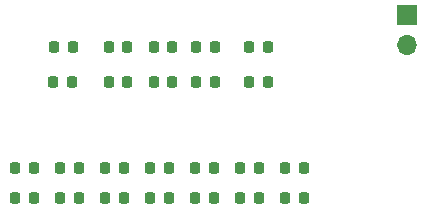
<source format=gbr>
%TF.GenerationSoftware,KiCad,Pcbnew,(6.0.2)*%
%TF.CreationDate,2022-03-09T19:45:25-08:00*%
%TF.ProjectId,IFLFU-test-back,49464c46-552d-4746-9573-742d6261636b,rev?*%
%TF.SameCoordinates,Original*%
%TF.FileFunction,Soldermask,Top*%
%TF.FilePolarity,Negative*%
%FSLAX46Y46*%
G04 Gerber Fmt 4.6, Leading zero omitted, Abs format (unit mm)*
G04 Created by KiCad (PCBNEW (6.0.2)) date 2022-03-09 19:45:25*
%MOMM*%
%LPD*%
G01*
G04 APERTURE LIST*
G04 Aperture macros list*
%AMRoundRect*
0 Rectangle with rounded corners*
0 $1 Rounding radius*
0 $2 $3 $4 $5 $6 $7 $8 $9 X,Y pos of 4 corners*
0 Add a 4 corners polygon primitive as box body*
4,1,4,$2,$3,$4,$5,$6,$7,$8,$9,$2,$3,0*
0 Add four circle primitives for the rounded corners*
1,1,$1+$1,$2,$3*
1,1,$1+$1,$4,$5*
1,1,$1+$1,$6,$7*
1,1,$1+$1,$8,$9*
0 Add four rect primitives between the rounded corners*
20,1,$1+$1,$2,$3,$4,$5,0*
20,1,$1+$1,$4,$5,$6,$7,0*
20,1,$1+$1,$6,$7,$8,$9,0*
20,1,$1+$1,$8,$9,$2,$3,0*%
G04 Aperture macros list end*
%ADD10RoundRect,0.218750X-0.218750X-0.256250X0.218750X-0.256250X0.218750X0.256250X-0.218750X0.256250X0*%
%ADD11R,1.700000X1.700000*%
%ADD12O,1.700000X1.700000*%
G04 APERTURE END LIST*
D10*
%TO.C,D24*%
X50447500Y-38240000D03*
X48872500Y-38240000D03*
%TD*%
%TO.C,D23*%
X46637500Y-38240000D03*
X45062500Y-38240000D03*
%TD*%
%TO.C,D22*%
X42827500Y-38240000D03*
X41252500Y-38240000D03*
%TD*%
%TO.C,D21*%
X39017500Y-38240000D03*
X37442500Y-38240000D03*
%TD*%
%TO.C,D20*%
X35207500Y-38240000D03*
X33632500Y-38240000D03*
%TD*%
%TO.C,D19*%
X31397500Y-38240000D03*
X29822500Y-38240000D03*
%TD*%
%TO.C,D18*%
X27587500Y-38240000D03*
X26012500Y-38240000D03*
%TD*%
%TO.C,D17*%
X50447500Y-35700000D03*
X48872500Y-35700000D03*
%TD*%
%TO.C,D16*%
X46637500Y-35700000D03*
X45062500Y-35700000D03*
%TD*%
%TO.C,D15*%
X42827500Y-35700000D03*
X41252500Y-35700000D03*
%TD*%
%TO.C,D14*%
X39017500Y-35700000D03*
X37442500Y-35700000D03*
%TD*%
%TO.C,D13*%
X35207500Y-35700000D03*
X33632500Y-35700000D03*
%TD*%
%TO.C,D12*%
X31397500Y-35700000D03*
X29822500Y-35700000D03*
%TD*%
%TO.C,D11*%
X27587500Y-35700000D03*
X26012500Y-35700000D03*
%TD*%
D11*
%TO.C,J1*%
X59200000Y-22725000D03*
D12*
X59200000Y-25265000D03*
%TD*%
D10*
%TO.C,D10*%
X45812500Y-28400000D03*
X47387500Y-28400000D03*
%TD*%
%TO.C,D9*%
X45812500Y-25400000D03*
X47387500Y-25400000D03*
%TD*%
%TO.C,D8*%
X41312500Y-28400000D03*
X42887500Y-28400000D03*
%TD*%
%TO.C,D7*%
X41312500Y-25400000D03*
X42887500Y-25400000D03*
%TD*%
%TO.C,D6*%
X37712500Y-28400000D03*
X39287500Y-28400000D03*
%TD*%
%TO.C,D5*%
X37712500Y-25400000D03*
X39287500Y-25400000D03*
%TD*%
%TO.C,D4*%
X35487500Y-28400000D03*
X33912500Y-28400000D03*
%TD*%
%TO.C,D3*%
X33912500Y-25400000D03*
X35487500Y-25400000D03*
%TD*%
%TO.C,D2*%
X29212500Y-28400000D03*
X30787500Y-28400000D03*
%TD*%
%TO.C,D1*%
X29312500Y-25400000D03*
X30887500Y-25400000D03*
%TD*%
M02*

</source>
